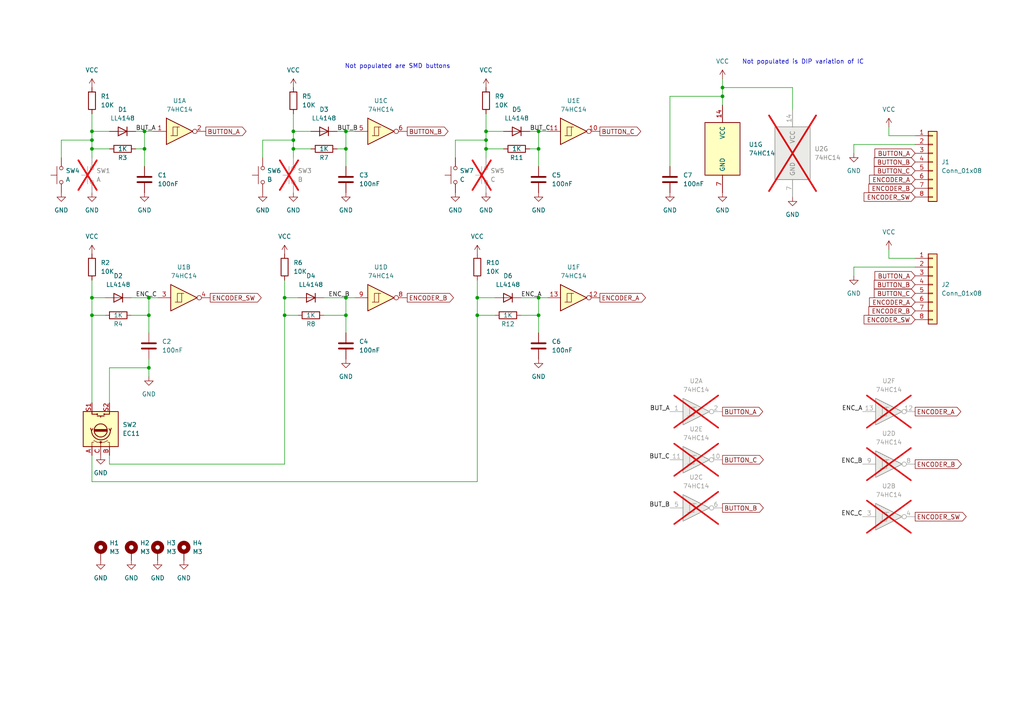
<source format=kicad_sch>
(kicad_sch (version 20231120) (generator "eeschema") (generator_version "8.0")
  (paper "A4")
  (lib_symbols
    (symbol "74xx:74HC14" (pin_names (offset 1.016))
      (property "Reference" "U" (at 0 1.27 0))
      (property "Value" "74HC14" (at 0 -1.27 0))
      (symbol "74HC14_1_0"
        (polyline (pts (xy -3.81 3.81) (xy -3.81 -3.81) (xy 3.81 0) (xy -3.81 3.81)) (stroke (width 0.254)) (fill (type background)))
        (pin input line (at -7.62 0 0) (length 3.81) (name "~") (number "1"))
        (pin output inverted (at 7.62 0 180) (length 3.81) (name "~") (number "2"))
      )
      (symbol "74HC14_1_1"
        (polyline (pts (xy -1.905 -1.27) (xy -1.905 1.27) (xy -0.635 1.27)))
        (polyline (pts (xy -2.54 -1.27) (xy -0.635 -1.27) (xy -0.635 1.27) (xy 0 1.27)))
      )
      (symbol "74HC14_2_0"
        (polyline (pts (xy -3.81 3.81) (xy -3.81 -3.81) (xy 3.81 0) (xy -3.81 3.81)) (stroke (width 0.254)) (fill (type background)))
        (pin input line (at -7.62 0 0) (length 3.81) (name "~") (number "3"))
        (pin output inverted (at 7.62 0 180) (length 3.81) (name "~") (number "4"))
      )
      (symbol "74HC14_2_1"
        (polyline (pts (xy -1.905 -1.27) (xy -1.905 1.27) (xy -0.635 1.27)))
        (polyline (pts (xy -2.54 -1.27) (xy -0.635 -1.27) (xy -0.635 1.27) (xy 0 1.27)))
      )
      (symbol "74HC14_3_0"
        (polyline (pts (xy -3.81 3.81) (xy -3.81 -3.81) (xy 3.81 0) (xy -3.81 3.81)) (stroke (width 0.254)) (fill (type background)))
        (pin input line (at -7.62 0 0) (length 3.81) (name "~") (number "5"))
        (pin output inverted (at 7.62 0 180) (length 3.81) (name "~") (number "6"))
      )
      (symbol "74HC14_3_1"
        (polyline (pts (xy -1.905 -1.27) (xy -1.905 1.27) (xy -0.635 1.27)))
        (polyline (pts (xy -2.54 -1.27) (xy -0.635 -1.27) (xy -0.635 1.27) (xy 0 1.27)))
      )
      (symbol "74HC14_4_0"
        (polyline (pts (xy -3.81 3.81) (xy -3.81 -3.81) (xy 3.81 0) (xy -3.81 3.81)) (stroke (width 0.254)) (fill (type background)))
        (pin output inverted (at 7.62 0 180) (length 3.81) (name "~") (number "8"))
        (pin input line (at -7.62 0 0) (length 3.81) (name "~") (number "9"))
      )
      (symbol "74HC14_4_1"
        (polyline (pts (xy -1.905 -1.27) (xy -1.905 1.27) (xy -0.635 1.27)))
        (polyline (pts (xy -2.54 -1.27) (xy -0.635 -1.27) (xy -0.635 1.27) (xy 0 1.27)))
      )
      (symbol "74HC14_5_0"
        (polyline (pts (xy -3.81 3.81) (xy -3.81 -3.81) (xy 3.81 0) (xy -3.81 3.81)) (stroke (width 0.254)) (fill (type background)))
        (pin output inverted (at 7.62 0 180) (length 3.81) (name "~") (number "10"))
        (pin input line (at -7.62 0 0) (length 3.81) (name "~") (number "11"))
      )
      (symbol "74HC14_5_1"
        (polyline (pts (xy -1.905 -1.27) (xy -1.905 1.27) (xy -0.635 1.27)))
        (polyline (pts (xy -2.54 -1.27) (xy -0.635 -1.27) (xy -0.635 1.27) (xy 0 1.27)))
      )
      (symbol "74HC14_6_0"
        (polyline (pts (xy -3.81 3.81) (xy -3.81 -3.81) (xy 3.81 0) (xy -3.81 3.81)) (stroke (width 0.254)) (fill (type background)))
        (pin output inverted (at 7.62 0 180) (length 3.81) (name "~") (number "12"))
        (pin input line (at -7.62 0 0) (length 3.81) (name "~") (number "13"))
      )
      (symbol "74HC14_6_1"
        (polyline (pts (xy -1.905 -1.27) (xy -1.905 1.27) (xy -0.635 1.27)))
        (polyline (pts (xy -2.54 -1.27) (xy -0.635 -1.27) (xy -0.635 1.27) (xy 0 1.27)))
      )
      (symbol "74HC14_7_0"
        (pin power_in line (at 0 12.7 270) (length 5.08) (name "VCC") (number "14"))
        (pin power_in line (at 0 -12.7 90) (length 5.08) (name "GND") (number "7"))
      )
      (symbol "74HC14_7_1"
        (rectangle (start -5.08 7.62) (end 5.08 -7.62) (stroke (width 0.254)) (fill (type background)))
      )
    )
    (symbol "Connector_Generic:Conn_01x08" (pin_names (offset 1.016) hide)
      (property "Reference" "J" (at 0 10.16 0))
      (property "Value" "Conn_01x08" (at 0 -12.7 0))
      (symbol "Conn_01x08_1_1"
        (rectangle (start -1.27 -10.033) (end 0 -10.287) (stroke (width 0.1524)))
        (rectangle (start -1.27 -7.493) (end 0 -7.747) (stroke (width 0.1524)))
        (rectangle (start -1.27 -4.953) (end 0 -5.207) (stroke (width 0.1524)))
        (rectangle (start -1.27 -2.413) (end 0 -2.667) (stroke (width 0.1524)))
        (rectangle (start -1.27 0.127) (end 0 -0.127) (stroke (width 0.1524)))
        (rectangle (start -1.27 2.667) (end 0 2.413) (stroke (width 0.1524)))
        (rectangle (start -1.27 5.207) (end 0 4.953) (stroke (width 0.1524)))
        (rectangle (start -1.27 7.747) (end 0 7.493) (stroke (width 0.1524)))
        (rectangle (start -1.27 8.89) (end 1.27 -11.43) (stroke (width 0.254)) (fill (type background)))
        (pin passive line (at -5.08 7.62 0) (length 3.81) (name "Pin_1") (number "1"))
        (pin passive line (at -5.08 5.08 0) (length 3.81) (name "Pin_2") (number "2"))
        (pin passive line (at -5.08 2.54 0) (length 3.81) (name "Pin_3") (number "3"))
        (pin passive line (at -5.08 0 0) (length 3.81) (name "Pin_4") (number "4"))
        (pin passive line (at -5.08 -2.54 0) (length 3.81) (name "Pin_5") (number "5"))
        (pin passive line (at -5.08 -5.08 0) (length 3.81) (name "Pin_6") (number "6"))
        (pin passive line (at -5.08 -7.62 0) (length 3.81) (name "Pin_7") (number "7"))
        (pin passive line (at -5.08 -10.16 0) (length 3.81) (name "Pin_8") (number "8"))
      )
    )
    (symbol "Device:C" (pin_numbers hide) (pin_names (offset 0.254))
      (property "Reference" "C" (at 0.635 2.54 0))
      (property "Value" "C" (at 0.635 -2.54 0))
      (symbol "C_0_1"
        (polyline (pts (xy -2.032 -0.762) (xy 2.032 -0.762)) (stroke (width 0.508)))
        (polyline (pts (xy -2.032 0.762) (xy 2.032 0.762)) (stroke (width 0.508)))
      )
      (symbol "C_1_1"
        (pin passive line (at 0 3.81 270) (length 2.794) (name "~") (number "1"))
        (pin passive line (at 0 -3.81 90) (length 2.794) (name "~") (number "2"))
      )
    )
    (symbol "Device:R" (pin_numbers hide) (pin_names (offset 0))
      (property "Reference" "R" (at 2.032 0 90))
      (property "Value" "R" (at 0 0 90))
      (symbol "R_0_1"
        (rectangle (start -1.016 -2.54) (end 1.016 2.54) (stroke (width 0.254)))
      )
      (symbol "R_1_1"
        (pin passive line (at 0 3.81 270) (length 1.27) (name "~") (number "1"))
        (pin passive line (at 0 -3.81 90) (length 1.27) (name "~") (number "2"))
      )
    )
    (symbol "Device:RotaryEncoder_Switch" (pin_names (offset 0.254) hide)
      (property "Reference" "SW" (at 0 6.604 0))
      (property "Value" "RotaryEncoder_Switch" (at 0 -6.604 0))
      (symbol "RotaryEncoder_Switch_0_1"
        (rectangle (start -5.08 5.08) (end 5.08 -5.08) (stroke (width 0.254)) (fill (type background)))
        (circle (center -3.81 0) (radius 0.254) (fill (type outline)))
        (circle (center -0.381 0) (radius 1.905) (stroke (width 0.254)))
        (arc (start -0.381 2.667) (mid -3.0988 -0.0635) (end -0.381 -2.794) (stroke (width 0.254)))
        (polyline (pts (xy -0.635 -1.778) (xy -0.635 1.778)) (stroke (width 0.254)))
        (polyline (pts (xy -0.381 -1.778) (xy -0.381 1.778)) (stroke (width 0.254)))
        (polyline (pts (xy -0.127 1.778) (xy -0.127 -1.778)) (stroke (width 0.254)))
        (polyline (pts (xy 3.81 0) (xy 3.429 0)) (stroke (width 0.254)))
        (polyline (pts (xy 3.81 1.016) (xy 3.81 -1.016)) (stroke (width 0.254)))
        (polyline (pts (xy -5.08 -2.54) (xy -3.81 -2.54) (xy -3.81 -2.032)))
        (polyline (pts (xy -5.08 2.54) (xy -3.81 2.54) (xy -3.81 2.032)))
        (polyline (pts (xy 0.254 -3.048) (xy -0.508 -2.794) (xy 0.127 -2.413)) (stroke (width 0.254)))
        (polyline (pts (xy 0.254 2.921) (xy -0.508 2.667) (xy 0.127 2.286)) (stroke (width 0.254)))
        (polyline (pts (xy 5.08 -2.54) (xy 4.318 -2.54) (xy 4.318 -1.016)) (stroke (width 0.254)))
        (polyline (pts (xy 5.08 2.54) (xy 4.318 2.54) (xy 4.318 1.016)) (stroke (width 0.254)))
        (polyline (pts (xy -5.08 0) (xy -3.81 0) (xy -3.81 -1.016) (xy -3.302 -2.032)))
        (polyline (pts (xy -4.318 0) (xy -3.81 0) (xy -3.81 1.016) (xy -3.302 2.032)))
        (circle (center 4.318 -1.016) (radius 0.127) (stroke (width 0.254)))
        (circle (center 4.318 1.016) (radius 0.127) (stroke (width 0.254)))
      )
      (symbol "RotaryEncoder_Switch_1_1"
        (pin passive line (at -7.62 2.54 0) (length 2.54) (name "A") (number "A"))
        (pin passive line (at -7.62 -2.54 0) (length 2.54) (name "B") (number "B"))
        (pin passive line (at -7.62 0 0) (length 2.54) (name "C") (number "C"))
        (pin passive line (at 7.62 2.54 180) (length 2.54) (name "S1") (number "S1"))
        (pin passive line (at 7.62 -2.54 180) (length 2.54) (name "S2") (number "S2"))
      )
    )
    (symbol "Diode:LL4148" (pin_numbers hide) (pin_names (offset 1.016) hide)
      (property "Reference" "D" (at 0 2.54 0))
      (property "Value" "LL4148" (at 0 -2.54 0))
      (symbol "LL4148_0_1"
        (polyline (pts (xy -1.27 1.27) (xy -1.27 -1.27)) (stroke (width 0.254)))
        (polyline (pts (xy 1.27 0) (xy -1.27 0)))
        (polyline (pts (xy 1.27 1.27) (xy 1.27 -1.27) (xy -1.27 0) (xy 1.27 1.27)) (stroke (width 0.254)))
      )
      (symbol "LL4148_1_1"
        (pin passive line (at -3.81 0 0) (length 2.54) (name "K") (number "1"))
        (pin passive line (at 3.81 0 180) (length 2.54) (name "A") (number "2"))
      )
    )
    (symbol "Mechanical:MountingHole_Pad" (pin_numbers hide) (pin_names (offset 1.016) hide)
      (property "Reference" "H" (at 0 6.35 0))
      (property "Value" "MountingHole_Pad" (at 0 4.445 0))
      (symbol "MountingHole_Pad_0_1"
        (circle (center 0 1.27) (radius 1.27) (stroke (width 1.27)))
      )
      (symbol "MountingHole_Pad_1_1"
        (pin input line (at 0 -2.54 90) (length 2.54) (name "1") (number "1"))
      )
    )
    (symbol "Switch:SW_Push" (pin_numbers hide) (pin_names (offset 1.016) hide)
      (property "Reference" "SW" (at 1.27 2.54 0))
      (property "Value" "SW_Push" (at 0 -1.524 0))
      (symbol "SW_Push_0_1"
        (circle (center -2.032 0) (radius 0.508))
        (polyline (pts (xy 0 1.27) (xy 0 3.048)))
        (polyline (pts (xy 2.54 1.27) (xy -2.54 1.27)))
        (circle (center 2.032 0) (radius 0.508))
        (pin passive line (at -5.08 0 0) (length 2.54) (name "1") (number "1"))
        (pin passive line (at 5.08 0 180) (length 2.54) (name "2") (number "2"))
      )
    )
    (symbol "power:GND" (power) (pin_names (offset 0))
      (property "Value" "GND" (at 0 -3.81 0))
      (symbol "GND_0_1"
        (polyline (pts (xy 0 0) (xy 0 -1.27) (xy 1.27 -1.27) (xy 0 -2.54) (xy -1.27 -1.27) (xy 0 -1.27)))
      )
      (symbol "GND_1_1"
        (pin power_in line (at 0 0 270) (length 0) hide (name "GND") (number "1"))
      )
    )
    (symbol "power:VCC" (power) (pin_names (offset 0))
      (property "Value" "VCC" (at 0 3.81 0))
      (symbol "VCC_0_1"
        (polyline (pts (xy -0.762 1.27) (xy 0 2.54)))
        (polyline (pts (xy 0 0) (xy 0 2.54)))
        (polyline (pts (xy 0 2.54) (xy 0.762 1.27)))
      )
      (symbol "VCC_1_1"
        (pin power_in line (at 0 0 90) (length 0) hide (name "VCC") (number "1"))
      )
    )
  )
  (junction (at 156.21 86.36))
  (junction (at 138.43 91.44))
  (junction (at 26.67 91.44))
  (junction (at 43.18 106.68))
  (junction (at 41.91 38.1))
  (junction (at 140.97 43.18))
  (junction (at 140.97 40.64))
  (junction (at 82.55 86.36))
  (junction (at 156.21 91.44))
  (junction (at 100.33 91.44))
  (junction (at 209.55 25.4))
  (junction (at 100.33 38.1))
  (junction (at 156.21 43.18))
  (junction (at 209.55 27.94))
  (junction (at 138.43 86.36))
  (junction (at 82.55 91.44))
  (junction (at 26.67 43.18))
  (junction (at 26.67 40.64))
  (junction (at 85.09 40.64))
  (junction (at 26.67 38.1))
  (junction (at 100.33 86.36))
  (junction (at 41.91 43.18))
  (junction (at 43.18 86.36))
  (junction (at 26.67 86.36))
  (junction (at 140.97 38.1))
  (junction (at 43.18 91.44))
  (junction (at 156.21 38.1))
  (junction (at 85.09 43.18))
  (junction (at 100.33 43.18))
  (junction (at 85.09 38.1))
  (wire (pts (xy 247.65 77.47) (xy 247.65 80.01)))
  (wire (pts (xy 247.65 41.91) (xy 265.43 41.91)))
  (wire (pts (xy 26.67 139.7) (xy 138.43 139.7)))
  (wire (pts (xy 138.43 86.36) (xy 138.43 91.44)))
  (wire (pts (xy 85.09 43.18) (xy 90.17 43.18)))
  (wire (pts (xy 209.55 27.94) (xy 209.55 30.48)))
  (wire (pts (xy 257.81 36.83) (xy 257.81 39.37)))
  (wire (pts (xy 85.09 40.64) (xy 85.09 43.18)))
  (wire (pts (xy 194.31 27.94) (xy 209.55 27.94)))
  (wire (pts (xy 100.33 91.44) (xy 100.33 96.52)))
  (wire (pts (xy 39.37 43.18) (xy 41.91 43.18)))
  (wire (pts (xy 97.79 38.1) (xy 100.33 38.1)))
  (wire (pts (xy 156.21 86.36) (xy 158.75 86.36)))
  (wire (pts (xy 26.67 43.18) (xy 26.67 45.72)))
  (wire (pts (xy 151.13 86.36) (xy 156.21 86.36)))
  (wire (pts (xy 38.1 91.44) (xy 43.18 91.44)))
  (wire (pts (xy 100.33 38.1) (xy 100.33 43.18)))
  (wire (pts (xy 229.87 31.75) (xy 229.87 25.4)))
  (wire (pts (xy 43.18 104.14) (xy 43.18 106.68)))
  (wire (pts (xy 31.75 116.84) (xy 31.75 106.68)))
  (wire (pts (xy 140.97 43.18) (xy 146.05 43.18)))
  (wire (pts (xy 31.75 134.62) (xy 82.55 134.62)))
  (wire (pts (xy 41.91 38.1) (xy 41.91 43.18)))
  (wire (pts (xy 140.97 38.1) (xy 146.05 38.1)))
  (wire (pts (xy 26.67 40.64) (xy 26.67 43.18)))
  (wire (pts (xy 209.55 25.4) (xy 229.87 25.4)))
  (wire (pts (xy 265.43 74.93) (xy 257.81 74.93)))
  (wire (pts (xy 38.1 86.36) (xy 43.18 86.36)))
  (wire (pts (xy 43.18 86.36) (xy 45.72 86.36)))
  (wire (pts (xy 43.18 91.44) (xy 43.18 96.52)))
  (wire (pts (xy 85.09 38.1) (xy 90.17 38.1)))
  (wire (pts (xy 247.65 41.91) (xy 247.65 44.45)))
  (wire (pts (xy 140.97 38.1) (xy 140.97 40.64)))
  (wire (pts (xy 100.33 86.36) (xy 100.33 91.44)))
  (wire (pts (xy 26.67 43.18) (xy 31.75 43.18)))
  (wire (pts (xy 17.78 40.64) (xy 17.78 45.72)))
  (wire (pts (xy 209.55 25.4) (xy 209.55 27.94)))
  (wire (pts (xy 43.18 86.36) (xy 43.18 91.44)))
  (wire (pts (xy 26.67 38.1) (xy 31.75 38.1)))
  (wire (pts (xy 153.67 43.18) (xy 156.21 43.18)))
  (wire (pts (xy 209.55 22.86) (xy 209.55 25.4)))
  (wire (pts (xy 82.55 91.44) (xy 82.55 134.62)))
  (wire (pts (xy 151.13 91.44) (xy 156.21 91.44)))
  (wire (pts (xy 26.67 86.36) (xy 30.48 86.36)))
  (wire (pts (xy 156.21 86.36) (xy 156.21 91.44)))
  (wire (pts (xy 138.43 91.44) (xy 143.51 91.44)))
  (wire (pts (xy 31.75 106.68) (xy 43.18 106.68)))
  (wire (pts (xy 247.65 77.47) (xy 265.43 77.47)))
  (wire (pts (xy 85.09 38.1) (xy 85.09 40.64)))
  (wire (pts (xy 39.37 38.1) (xy 41.91 38.1)))
  (wire (pts (xy 41.91 38.1) (xy 44.45 38.1)))
  (wire (pts (xy 76.2 40.64) (xy 76.2 45.72)))
  (wire (pts (xy 140.97 43.18) (xy 140.97 45.72)))
  (wire (pts (xy 265.43 39.37) (xy 257.81 39.37)))
  (wire (pts (xy 138.43 86.36) (xy 143.51 86.36)))
  (wire (pts (xy 156.21 43.18) (xy 156.21 48.26)))
  (wire (pts (xy 82.55 91.44) (xy 86.36 91.44)))
  (wire (pts (xy 26.67 132.08) (xy 26.67 139.7)))
  (wire (pts (xy 85.09 43.18) (xy 85.09 45.72)))
  (wire (pts (xy 138.43 91.44) (xy 138.43 139.7)))
  (wire (pts (xy 85.09 40.64) (xy 76.2 40.64)))
  (wire (pts (xy 26.67 86.36) (xy 26.67 91.44)))
  (wire (pts (xy 82.55 81.28) (xy 82.55 86.36)))
  (wire (pts (xy 26.67 40.64) (xy 17.78 40.64)))
  (wire (pts (xy 156.21 91.44) (xy 156.21 96.52)))
  (wire (pts (xy 41.91 43.18) (xy 41.91 48.26)))
  (wire (pts (xy 93.98 86.36) (xy 100.33 86.36)))
  (wire (pts (xy 100.33 86.36) (xy 102.87 86.36)))
  (wire (pts (xy 85.09 38.1) (xy 85.09 33.02)))
  (wire (pts (xy 257.81 72.39) (xy 257.81 74.93)))
  (wire (pts (xy 93.98 91.44) (xy 100.33 91.44)))
  (wire (pts (xy 140.97 38.1) (xy 140.97 33.02)))
  (wire (pts (xy 97.79 43.18) (xy 100.33 43.18)))
  (wire (pts (xy 153.67 38.1) (xy 156.21 38.1)))
  (wire (pts (xy 26.67 91.44) (xy 26.67 116.84)))
  (wire (pts (xy 26.67 38.1) (xy 26.67 40.64)))
  (wire (pts (xy 82.55 86.36) (xy 86.36 86.36)))
  (wire (pts (xy 138.43 86.36) (xy 138.43 81.28)))
  (wire (pts (xy 31.75 132.08) (xy 31.75 134.62)))
  (wire (pts (xy 156.21 38.1) (xy 158.75 38.1)))
  (wire (pts (xy 82.55 86.36) (xy 82.55 91.44)))
  (wire (pts (xy 140.97 40.64) (xy 132.08 40.64)))
  (wire (pts (xy 26.67 38.1) (xy 26.67 33.02)))
  (wire (pts (xy 100.33 38.1) (xy 102.87 38.1)))
  (wire (pts (xy 26.67 81.28) (xy 26.67 86.36)))
  (wire (pts (xy 100.33 43.18) (xy 100.33 48.26)))
  (wire (pts (xy 43.18 106.68) (xy 43.18 109.22)))
  (wire (pts (xy 156.21 38.1) (xy 156.21 43.18)))
  (wire (pts (xy 194.31 48.26) (xy 194.31 27.94)))
  (wire (pts (xy 132.08 40.64) (xy 132.08 45.72)))
  (wire (pts (xy 140.97 40.64) (xy 140.97 43.18)))
  (wire (pts (xy 26.67 91.44) (xy 30.48 91.44)))
  (text "Not populated is DIP variation of IC" (at 232.918 18.034 0) (effects (font (size 1.27 1.27))))
  (text "Not populated are SMD buttons" (at 115.316 19.304 0) (effects (font (size 1.27 1.27))))
  (label "BUT_B" (at 194.31 147.32 180))
  (label "BUT_A" (at 39.37 38.1 0))
  (label "BUT_A" (at 194.31 119.38 180))
  (label "BUT_C" (at 194.31 133.35 180))
  (label "ENC_C" (at 39.37 86.36 0))
  (label "ENC_B" (at 95.25 86.36 0))
  (label "ENC_A" (at 250.19 119.38 180))
  (label "ENC_A" (at 151.13 86.36 0))
  (label "ENC_B" (at 250.19 134.62 180))
  (label "ENC_C" (at 250.19 149.86 180))
  (label "BUT_C" (at 153.67 38.1 0))
  (label "BUT_B" (at 97.79 38.1 0))
  (global_label "BUTTON_A" (shape input) (at 265.43 44.45 180) (property "Intersheetrefs" "${INTERSHEET_REFS}" (effects (hide yes))))
  (global_label "ENCODER_A" (shape input) (at 265.43 52.07 180) (property "Intersheetrefs" "${INTERSHEET_REFS}" (effects (hide yes))))
  (global_label "ENCODER_A" (shape output) (at 265.43 119.38 0) (property "Intersheetrefs" "${INTERSHEET_REFS}" (effects (hide yes))))
  (global_label "ENCODER_SW" (shape output) (at 265.43 149.86 0) (property "Intersheetrefs" "${INTERSHEET_REFS}" (effects (hide yes))))
  (global_label "BUTTON_A" (shape output) (at 59.69 38.1 0) (property "Intersheetrefs" "${INTERSHEET_REFS}" (effects (hide yes))))
  (global_label "ENCODER_A" (shape input) (at 265.43 87.63 180) (property "Intersheetrefs" "${INTERSHEET_REFS}" (effects (hide yes))))
  (global_label "ENCODER_SW" (shape input) (at 265.43 92.71 180) (property "Intersheetrefs" "${INTERSHEET_REFS}" (effects (hide yes))))
  (global_label "BUTTON_A" (shape output) (at 209.55 119.38 0) (property "Intersheetrefs" "${INTERSHEET_REFS}" (effects (hide yes))))
  (global_label "BUTTON_C" (shape output) (at 173.99 38.1 0) (property "Intersheetrefs" "${INTERSHEET_REFS}" (effects (hide yes))))
  (global_label "ENCODER_B" (shape output) (at 265.43 134.62 0) (property "Intersheetrefs" "${INTERSHEET_REFS}" (effects (hide yes))))
  (global_label "ENCODER_B" (shape input) (at 265.43 54.61 180) (property "Intersheetrefs" "${INTERSHEET_REFS}" (effects (hide yes))))
  (global_label "BUTTON_B" (shape input) (at 265.43 82.55 180) (property "Intersheetrefs" "${INTERSHEET_REFS}" (effects (hide yes))))
  (global_label "BUTTON_A" (shape input) (at 265.43 80.01 180) (property "Intersheetrefs" "${INTERSHEET_REFS}" (effects (hide yes))))
  (global_label "ENCODER_B" (shape output) (at 118.11 86.36 0) (property "Intersheetrefs" "${INTERSHEET_REFS}" (effects (hide yes))))
  (global_label "BUTTON_B" (shape output) (at 209.55 147.32 0) (property "Intersheetrefs" "${INTERSHEET_REFS}" (effects (hide yes))))
  (global_label "BUTTON_B" (shape input) (at 265.43 46.99 180) (property "Intersheetrefs" "${INTERSHEET_REFS}" (effects (hide yes))))
  (global_label "ENCODER_SW" (shape output) (at 60.96 86.36 0) (property "Intersheetrefs" "${INTERSHEET_REFS}" (effects (hide yes))))
  (global_label "BUTTON_C" (shape input) (at 265.43 85.09 180) (property "Intersheetrefs" "${INTERSHEET_REFS}" (effects (hide yes))))
  (global_label "BUTTON_C" (shape output) (at 209.55 133.35 0) (property "Intersheetrefs" "${INTERSHEET_REFS}" (effects (hide yes))))
  (global_label "ENCODER_A" (shape output) (at 173.99 86.36 0) (property "Intersheetrefs" "${INTERSHEET_REFS}" (effects (hide yes))))
  (global_label "BUTTON_C" (shape input) (at 265.43 49.53 180) (property "Intersheetrefs" "${INTERSHEET_REFS}" (effects (hide yes))))
  (global_label "ENCODER_SW" (shape input) (at 265.43 57.15 180) (property "Intersheetrefs" "${INTERSHEET_REFS}" (effects (hide yes))))
  (global_label "BUTTON_B" (shape output) (at 118.11 38.1 0) (property "Intersheetrefs" "${INTERSHEET_REFS}" (effects (hide yes))))
  (global_label "ENCODER_B" (shape input) (at 265.43 90.17 180) (property "Intersheetrefs" "${INTERSHEET_REFS}" (effects (hide yes))))
  (symbol (lib_id "power:GND") (at 140.97 55.88 0) (unit 1)
    (property "Reference" "#PWR015" (effects (hide yes)))
    (property "Value" "GND" (at 140.97 60.96 0))
  )
  (symbol (lib_id "power:GND") (at 194.31 55.88 0) (unit 1)
    (property "Reference" "#PWR020" (effects (hide yes)))
    (property "Value" "GND" (at 194.31 60.96 0))
  )
  (symbol (lib_id "Diode:LL4148") (at 93.98 38.1 180) (unit 1)
    (property "Reference" "D3" (at 93.98 31.75 0))
    (property "Value" "LL4148" (at 93.98 34.29 0))
    (property "Footprint" "Diode_SMD:D_MiniMELF" (effects (hide yes)))
    (property "Datasheet" "http://www.vishay.com/docs/85557/ll4148.pdf" (effects (hide yes)))
  )
  (symbol (lib_id "Device:C") (at 156.21 100.33 0) (unit 1)
    (property "Reference" "C6" (at 160.02 99.0599 0) (effects (justify left)))
    (property "Value" "100nF" (at 160.02 101.5999 0) (effects (justify left)))
    (property "Footprint" "Capacitor_SMD:C_0805_2012Metric" (effects (hide yes)))
  )
  (symbol (lib_id "Device:R") (at 85.09 29.21 0) (unit 1)
    (property "Reference" "R5" (at 87.63 27.9399 0) (effects (justify left)))
    (property "Value" "10K" (at 87.63 30.4799 0) (effects (justify left)))
    (property "Footprint" "Resistor_SMD:R_0805_2012Metric" (effects (hide yes)))
  )
  (symbol (lib_id "power:VCC") (at 138.43 73.66 0) (unit 1)
    (property "Reference" "#PWR016" (effects (hide yes)))
    (property "Value" "VCC" (at 138.43 68.58 0))
  )
  (symbol (lib_id "power:GND") (at 156.21 55.88 0) (unit 1)
    (property "Reference" "#PWR018" (effects (hide yes)))
    (property "Value" "GND" (at 156.21 60.96 0))
  )
  (symbol (lib_id "74xx:74HC14") (at 110.49 38.1 0) (unit 3)
    (property "Reference" "U1" (at 110.49 29.21 0))
    (property "Value" "74HC14" (at 110.49 31.75 0))
    (property "Footprint" "Package_SO:SO-14_3.9x8.65mm_P1.27mm" (effects (hide yes)))
    (property "Datasheet" "http://www.ti.com/lit/gpn/sn74HC14" (effects (hide yes)))
  )
  (symbol (lib_id "Mechanical:MountingHole_Pad") (at 29.21 160.02 0) (unit 1)
    (property "Reference" "H1" (at 31.75 157.4799 0) (effects (justify left)))
    (property "Value" "M3" (at 31.75 160.0199 0) (effects (justify left)))
    (property "Footprint" "MountingHole:MountingHole_3.2mm_M3_DIN965_Pad_TopBottom" (effects (hide yes)))
  )
  (symbol (lib_id "power:GND") (at 156.21 104.14 0) (unit 1)
    (property "Reference" "#PWR019" (effects (hide yes)))
    (property "Value" "GND" (at 156.21 109.22 0))
  )
  (symbol (lib_id "Connector_Generic:Conn_01x08") (at 270.51 46.99 0) (unit 1)
    (property "Reference" "J1" (at 273.05 46.9899 0) (effects (justify left)))
    (property "Value" "Conn_01x08" (at 273.05 49.5299 0) (effects (justify left)))
    (property "Footprint" "Connector_PinHeader_2.54mm:PinHeader_1x08_P2.54mm_Vertical" (effects (hide yes)))
  )
  (symbol (lib_id "74xx:74HC14") (at 52.07 38.1 0) (unit 1)
    (property "Reference" "U1" (at 52.07 29.21 0))
    (property "Value" "74HC14" (at 52.07 31.75 0))
    (property "Footprint" "Package_SO:SO-14_3.9x8.65mm_P1.27mm" (effects (hide yes)))
    (property "Datasheet" "http://www.ti.com/lit/gpn/sn74HC14" (effects (hide yes)))
  )
  (symbol (lib_id "power:GND") (at 247.65 80.01 0) (unit 1)
    (property "Reference" "#PWR010" (effects (hide yes)))
    (property "Value" "GND" (at 247.65 85.09 0))
  )
  (symbol (lib_id "74xx:74HC14") (at 166.37 86.36 0) (unit 6)
    (property "Reference" "U1" (at 166.37 77.47 0))
    (property "Value" "74HC14" (at 166.37 80.01 0))
    (property "Footprint" "Package_SO:SO-14_3.9x8.65mm_P1.27mm" (effects (hide yes)))
    (property "Datasheet" "http://www.ti.com/lit/gpn/sn74HC14" (effects (hide yes)))
  )
  (symbol (lib_id "Diode:LL4148") (at 34.29 86.36 180) (unit 1)
    (property "Reference" "D2" (at 34.29 80.01 0))
    (property "Value" "LL4148" (at 34.29 82.55 0))
    (property "Footprint" "Diode_SMD:D_MiniMELF" (effects (hide yes)))
    (property "Datasheet" "http://www.vishay.com/docs/85557/ll4148.pdf" (effects (hide yes)))
  )
  (symbol (lib_id "power:GND") (at 29.21 162.56 0) (unit 1)
    (property "Reference" "#PWR013" (effects (hide yes)))
    (property "Value" "GND" (at 29.21 167.64 0))
  )
  (symbol (lib_id "Device:R") (at 138.43 77.47 0) (unit 1)
    (property "Reference" "R10" (at 140.97 76.1999 0) (effects (justify left)))
    (property "Value" "10K" (at 140.97 78.7399 0) (effects (justify left)))
    (property "Footprint" "Resistor_SMD:R_0805_2012Metric" (effects (hide yes)))
  )
  (symbol (lib_id "Switch:SW_Push") (at 140.97 50.8 90) (unit 1) (dnp yes)
    (property "Reference" "SW5" (at 142.24 49.5299 90) (effects (justify right)))
    (property "Value" "C" (at 142.24 52.0699 90) (effects (justify right)))
    (property "Footprint" "Button_Switch_SMD:SW_SPST_PTS645" (effects (hide yes)))
  )
  (symbol (lib_id "74xx:74HC14") (at 257.81 119.38 0) (unit 6) (dnp yes)
    (property "Reference" "U2" (at 257.81 110.49 0))
    (property "Value" "74HC14" (at 257.81 113.03 0))
    (property "Footprint" "Package_DIP:DIP-14_W7.62mm" (effects (hide yes)))
    (property "Datasheet" "http://www.ti.com/lit/gpn/sn74HC14" (effects (hide yes)))
    (property "Description" "Hex inverter schmitt trigger" (effects (hide yes)))
  )
  (symbol (lib_id "power:VCC") (at 26.67 73.66 0) (unit 1)
    (property "Reference" "#PWR03" (effects (hide yes)))
    (property "Value" "VCC" (at 26.67 68.58 0))
  )
  (symbol (lib_id "power:GND") (at 41.91 55.88 0) (unit 1)
    (property "Reference" "#PWR05" (effects (hide yes)))
    (property "Value" "GND" (at 41.91 60.96 0))
  )
  (symbol (lib_id "Mechanical:MountingHole_Pad") (at 38.1 160.02 0) (unit 1)
    (property "Reference" "H2" (at 40.64 157.4799 0) (effects (justify left)))
    (property "Value" "M3" (at 40.64 160.0199 0) (effects (justify left)))
    (property "Footprint" "MountingHole:MountingHole_3.2mm_M3_DIN965_Pad_TopBottom" (effects (hide yes)))
  )
  (symbol (lib_id "Device:R") (at 90.17 91.44 270) (unit 1)
    (property "Reference" "R8" (at 90.17 93.98 90))
    (property "Value" "1K" (at 90.17 91.44 90))
    (property "Footprint" "Resistor_SMD:R_0805_2012Metric" (effects (hide yes)))
  )
  (symbol (lib_id "Switch:SW_Push") (at 85.09 50.8 90) (unit 1) (dnp yes)
    (property "Reference" "SW3" (at 86.36 49.5299 90) (effects (justify right)))
    (property "Value" "B" (at 86.36 52.0699 90) (effects (justify right)))
    (property "Footprint" "Button_Switch_SMD:SW_SPST_PTS645" (effects (hide yes)))
  )
  (symbol (lib_id "Device:RotaryEncoder_Switch") (at 29.21 124.46 90) (unit 1)
    (property "Reference" "SW2" (at 35.56 123.1899 90) (effects (justify right)))
    (property "Value" "EC11" (at 35.56 125.7299 90) (effects (justify right)))
    (property "Footprint" "Rotary_Encoder:RotaryEncoder_Alps_EC11E-Switch_Vertical_H20mm" (effects (hide yes)))
  )
  (symbol (lib_id "Device:C") (at 194.31 52.07 0) (unit 1)
    (property "Reference" "C7" (at 198.12 50.7999 0) (effects (justify left)))
    (property "Value" "100nF" (at 198.12 53.3399 0) (effects (justify left)))
    (property "Footprint" "Capacitor_SMD:C_0805_2012Metric" (effects (hide yes)))
  )
  (symbol (lib_id "74xx:74HC14") (at 201.93 133.35 0) (unit 5) (dnp yes)
    (property "Reference" "U2" (at 201.93 124.46 0))
    (property "Value" "74HC14" (at 201.93 127 0))
    (property "Footprint" "Package_DIP:DIP-14_W7.62mm" (effects (hide yes)))
    (property "Datasheet" "http://www.ti.com/lit/gpn/sn74HC14" (effects (hide yes)))
    (property "Description" "Hex inverter schmitt trigger" (effects (hide yes)))
  )
  (symbol (lib_id "power:GND") (at 132.08 55.88 0) (unit 1)
    (property "Reference" "#PWR030" (effects (hide yes)))
    (property "Value" "GND" (at 132.08 60.96 0))
  )
  (symbol (lib_id "74xx:74HC14") (at 53.34 86.36 0) (unit 2)
    (property "Reference" "U1" (at 53.34 77.47 0))
    (property "Value" "74HC14" (at 53.34 80.01 0))
    (property "Footprint" "Package_SO:SO-14_3.9x8.65mm_P1.27mm" (effects (hide yes)))
    (property "Datasheet" "http://www.ti.com/lit/gpn/sn74HC14" (effects (hide yes)))
  )
  (symbol (lib_id "power:GND") (at 29.21 132.08 0) (unit 1)
    (property "Reference" "#PWR04" (effects (hide yes)))
    (property "Value" "GND" (at 29.21 137.16 0))
  )
  (symbol (lib_id "Device:C") (at 43.18 100.33 0) (unit 1)
    (property "Reference" "C2" (at 46.99 99.0599 0) (effects (justify left)))
    (property "Value" "100nF" (at 46.99 101.5999 0) (effects (justify left)))
    (property "Footprint" "Capacitor_SMD:C_0805_2012Metric" (effects (hide yes)))
  )
  (symbol (lib_id "Device:C") (at 100.33 52.07 0) (unit 1)
    (property "Reference" "C3" (at 104.14 50.7999 0) (effects (justify left)))
    (property "Value" "100nF" (at 104.14 53.3399 0) (effects (justify left)))
    (property "Footprint" "Capacitor_SMD:C_0805_2012Metric" (effects (hide yes)))
  )
  (symbol (lib_id "power:VCC") (at 85.09 25.4 0) (unit 1)
    (property "Reference" "#PWR07" (effects (hide yes)))
    (property "Value" "VCC" (at 85.09 20.32 0))
  )
  (symbol (lib_id "Mechanical:MountingHole_Pad") (at 53.34 160.02 0) (unit 1)
    (property "Reference" "H4" (at 55.88 157.4799 0) (effects (justify left)))
    (property "Value" "M3" (at 55.88 160.0199 0) (effects (justify left)))
    (property "Footprint" "MountingHole:MountingHole_3.2mm_M3_DIN965_Pad_TopBottom" (effects (hide yes)))
  )
  (symbol (lib_id "power:GND") (at 229.87 57.15 0) (unit 1)
    (property "Reference" "#PWR031" (effects (hide yes)))
    (property "Value" "GND" (at 229.87 62.23 0))
  )
  (symbol (lib_id "74xx:74HC14") (at 209.55 43.18 0) (unit 7)
    (property "Reference" "U1" (at 217.17 41.9099 0) (effects (justify left)))
    (property "Value" "74HC14" (at 217.17 44.4499 0) (effects (justify left)))
    (property "Footprint" "Package_SO:SO-14_3.9x8.65mm_P1.27mm" (effects (hide yes)))
    (property "Datasheet" "http://www.ti.com/lit/gpn/sn74HC14" (effects (hide yes)))
  )
  (symbol (lib_id "power:VCC") (at 257.81 36.83 0) (unit 1)
    (property "Reference" "#PWR023" (effects (hide yes)))
    (property "Value" "VCC" (at 257.81 31.75 0))
  )
  (symbol (lib_id "power:VCC") (at 209.55 22.86 0) (unit 1)
    (property "Reference" "#PWR021" (effects (hide yes)))
    (property "Value" "VCC" (at 209.55 17.78 0))
  )
  (symbol (lib_id "74xx:74HC14") (at 229.87 44.45 0) (unit 7) (dnp yes)
    (property "Reference" "U2" (at 236.22 43.1799 0) (effects (justify left)))
    (property "Value" "74HC14" (at 236.22 45.7199 0) (effects (justify left)))
    (property "Footprint" "Package_DIP:DIP-14_W7.62mm" (effects (hide yes)))
    (property "Datasheet" "http://www.ti.com/lit/gpn/sn74HC14" (effects (hide yes)))
    (property "Description" "Hex inverter schmitt trigger" (effects (hide yes)))
  )
  (symbol (lib_id "Device:R") (at 147.32 91.44 270) (unit 1)
    (property "Reference" "R12" (at 147.32 93.98 90))
    (property "Value" "1K" (at 147.32 91.44 90))
    (property "Footprint" "Resistor_SMD:R_0805_2012Metric" (effects (hide yes)))
  )
  (symbol (lib_id "Diode:LL4148") (at 35.56 38.1 180) (unit 1)
    (property "Reference" "D1" (at 35.56 31.75 0))
    (property "Value" "LL4148" (at 35.56 34.29 0))
    (property "Footprint" "Diode_SMD:D_MiniMELF" (effects (hide yes)))
    (property "Datasheet" "http://www.vishay.com/docs/85557/ll4148.pdf" (effects (hide yes)))
  )
  (symbol (lib_id "Diode:LL4148") (at 147.32 86.36 180) (unit 1)
    (property "Reference" "D6" (at 147.32 80.01 0))
    (property "Value" "LL4148" (at 147.32 82.55 0))
    (property "Footprint" "Diode_SMD:D_MiniMELF" (effects (hide yes)))
    (property "Datasheet" "http://www.vishay.com/docs/85557/ll4148.pdf" (effects (hide yes)))
  )
  (symbol (lib_id "Device:R") (at 140.97 29.21 0) (unit 1)
    (property "Reference" "R9" (at 143.51 27.9399 0) (effects (justify left)))
    (property "Value" "10K" (at 143.51 30.4799 0) (effects (justify left)))
    (property "Footprint" "Resistor_SMD:R_0805_2012Metric" (effects (hide yes)))
  )
  (symbol (lib_id "Switch:SW_Push") (at 76.2 50.8 90) (unit 1)
    (property "Reference" "SW6" (at 77.47 49.5299 90) (effects (justify right)))
    (property "Value" "B" (at 77.47 52.0699 90) (effects (justify right)))
    (property "Footprint" "Button_Switch_THT:SW_PUSH_6mm" (effects (hide yes)))
  )
  (symbol (lib_id "power:GND") (at 100.33 55.88 0) (unit 1)
    (property "Reference" "#PWR011" (effects (hide yes)))
    (property "Value" "GND" (at 100.33 60.96 0))
  )
  (symbol (lib_id "74xx:74HC14") (at 166.37 38.1 0) (unit 5)
    (property "Reference" "U1" (at 166.37 29.21 0))
    (property "Value" "74HC14" (at 166.37 31.75 0))
    (property "Footprint" "Package_SO:SO-14_3.9x8.65mm_P1.27mm" (effects (hide yes)))
    (property "Datasheet" "http://www.ti.com/lit/gpn/sn74HC14" (effects (hide yes)))
  )
  (symbol (lib_id "74xx:74HC14") (at 257.81 149.86 0) (unit 2) (dnp yes)
    (property "Reference" "U2" (at 257.81 140.97 0))
    (property "Value" "74HC14" (at 257.81 143.51 0))
    (property "Footprint" "Package_DIP:DIP-14_W7.62mm" (effects (hide yes)))
    (property "Datasheet" "http://www.ti.com/lit/gpn/sn74HC14" (effects (hide yes)))
    (property "Description" "Hex inverter schmitt trigger" (effects (hide yes)))
  )
  (symbol (lib_id "power:GND") (at 247.65 44.45 0) (unit 1)
    (property "Reference" "#PWR024" (effects (hide yes)))
    (property "Value" "GND" (at 247.65 49.53 0))
  )
  (symbol (lib_id "Diode:LL4148") (at 90.17 86.36 180) (unit 1)
    (property "Reference" "D4" (at 90.17 80.01 0))
    (property "Value" "LL4148" (at 90.17 82.55 0))
    (property "Footprint" "Diode_SMD:D_MiniMELF" (effects (hide yes)))
    (property "Datasheet" "http://www.vishay.com/docs/85557/ll4148.pdf" (effects (hide yes)))
  )
  (symbol (lib_id "power:GND") (at 209.55 55.88 0) (unit 1)
    (property "Reference" "#PWR022" (effects (hide yes)))
    (property "Value" "GND" (at 209.55 60.96 0))
  )
  (symbol (lib_id "power:GND") (at 38.1 162.56 0) (unit 1)
    (property "Reference" "#PWR025" (effects (hide yes)))
    (property "Value" "GND" (at 38.1 167.64 0))
  )
  (symbol (lib_id "74xx:74HC14") (at 257.81 134.62 0) (unit 4) (dnp yes)
    (property "Reference" "U2" (at 257.81 125.73 0))
    (property "Value" "74HC14" (at 257.81 128.27 0))
    (property "Footprint" "Package_DIP:DIP-14_W7.62mm" (effects (hide yes)))
    (property "Datasheet" "http://www.ti.com/lit/gpn/sn74HC14" (effects (hide yes)))
    (property "Description" "Hex inverter schmitt trigger" (effects (hide yes)))
  )
  (symbol (lib_id "74xx:74HC14") (at 201.93 147.32 0) (unit 3) (dnp yes)
    (property "Reference" "U2" (at 201.93 138.43 0))
    (property "Value" "74HC14" (at 201.93 140.97 0))
    (property "Footprint" "Package_DIP:DIP-14_W7.62mm" (effects (hide yes)))
    (property "Datasheet" "http://www.ti.com/lit/gpn/sn74HC14" (effects (hide yes)))
    (property "Description" "Hex inverter schmitt trigger" (effects (hide yes)))
  )
  (symbol (lib_id "power:GND") (at 53.34 162.56 0) (unit 1)
    (property "Reference" "#PWR027" (effects (hide yes)))
    (property "Value" "GND" (at 53.34 167.64 0))
  )
  (symbol (lib_id "power:GND") (at 100.33 104.14 0) (unit 1)
    (property "Reference" "#PWR012" (effects (hide yes)))
    (property "Value" "GND" (at 100.33 109.22 0))
  )
  (symbol (lib_id "74xx:74HC14") (at 201.93 119.38 0) (unit 1) (dnp yes)
    (property "Reference" "U2" (at 201.93 110.49 0))
    (property "Value" "74HC14" (at 201.93 113.03 0))
    (property "Footprint" "Package_DIP:DIP-14_W7.62mm" (effects (hide yes)))
    (property "Datasheet" "http://www.ti.com/lit/gpn/sn74HC14" (effects (hide yes)))
    (property "Description" "Hex inverter schmitt trigger" (effects (hide yes)))
  )
  (symbol (lib_id "Device:R") (at 26.67 29.21 0) (unit 1)
    (property "Reference" "R1" (at 29.21 27.9399 0) (effects (justify left)))
    (property "Value" "10K" (at 29.21 30.4799 0) (effects (justify left)))
    (property "Footprint" "Resistor_SMD:R_0805_2012Metric" (effects (hide yes)))
  )
  (symbol (lib_id "power:GND") (at 45.72 162.56 0) (unit 1)
    (property "Reference" "#PWR026" (effects (hide yes)))
    (property "Value" "GND" (at 45.72 167.64 0))
  )
  (symbol (lib_id "Device:C") (at 100.33 100.33 0) (unit 1)
    (property "Reference" "C4" (at 104.14 99.0599 0) (effects (justify left)))
    (property "Value" "100nF" (at 104.14 101.5999 0) (effects (justify left)))
    (property "Footprint" "Capacitor_SMD:C_0805_2012Metric" (effects (hide yes)))
  )
  (symbol (lib_id "Diode:LL4148") (at 149.86 38.1 180) (unit 1)
    (property "Reference" "D5" (at 149.86 31.75 0))
    (property "Value" "LL4148" (at 149.86 34.29 0))
    (property "Footprint" "Diode_SMD:D_MiniMELF" (effects (hide yes)))
    (property "Datasheet" "http://www.vishay.com/docs/85557/ll4148.pdf" (effects (hide yes)))
  )
  (symbol (lib_id "74xx:74HC14") (at 110.49 86.36 0) (unit 4)
    (property "Reference" "U1" (at 110.49 77.47 0))
    (property "Value" "74HC14" (at 110.49 80.01 0))
    (property "Footprint" "Package_SO:SO-14_3.9x8.65mm_P1.27mm" (effects (hide yes)))
    (property "Datasheet" "http://www.ti.com/lit/gpn/sn74HC14" (effects (hide yes)))
  )
  (symbol (lib_id "Device:R") (at 35.56 43.18 270) (unit 1)
    (property "Reference" "R3" (at 35.56 45.72 90))
    (property "Value" "1K" (at 35.56 43.18 90))
    (property "Footprint" "Resistor_SMD:R_0805_2012Metric" (effects (hide yes)))
  )
  (symbol (lib_id "power:GND") (at 85.09 55.88 0) (unit 1)
    (property "Reference" "#PWR08" (effects (hide yes)))
    (property "Value" "GND" (at 85.09 60.96 0))
  )
  (symbol (lib_id "Device:R") (at 26.67 77.47 0) (unit 1)
    (property "Reference" "R2" (at 29.21 76.1999 0) (effects (justify left)))
    (property "Value" "10K" (at 29.21 78.7399 0) (effects (justify left)))
    (property "Footprint" "Resistor_SMD:R_0805_2012Metric" (effects (hide yes)))
  )
  (symbol (lib_id "power:GND") (at 26.67 55.88 0) (unit 1)
    (property "Reference" "#PWR02" (effects (hide yes)))
    (property "Value" "GND" (at 26.67 60.96 0))
  )
  (symbol (lib_id "Device:R") (at 149.86 43.18 270) (unit 1)
    (property "Reference" "R11" (at 149.86 45.72 90))
    (property "Value" "1K" (at 149.86 43.18 90))
    (property "Footprint" "Resistor_SMD:R_0805_2012Metric" (effects (hide yes)))
  )
  (symbol (lib_id "power:VCC") (at 26.67 25.4 0) (unit 1)
    (property "Reference" "#PWR01" (effects (hide yes)))
    (property "Value" "VCC" (at 26.67 20.32 0))
  )
  (symbol (lib_id "power:VCC") (at 140.97 25.4 0) (unit 1)
    (property "Reference" "#PWR014" (effects (hide yes)))
    (property "Value" "VCC" (at 140.97 20.32 0))
  )
  (symbol (lib_id "Device:R") (at 34.29 91.44 270) (unit 1)
    (property "Reference" "R4" (at 34.29 93.98 90))
    (property "Value" "1K" (at 34.29 91.44 90))
    (property "Footprint" "Resistor_SMD:R_0805_2012Metric" (effects (hide yes)))
  )
  (symbol (lib_id "power:GND") (at 17.78 55.88 0) (unit 1)
    (property "Reference" "#PWR028" (effects (hide yes)))
    (property "Value" "GND" (at 17.78 60.96 0))
  )
  (symbol (lib_id "Switch:SW_Push") (at 17.78 50.8 90) (unit 1)
    (property "Reference" "SW4" (at 19.05 49.5299 90) (effects (justify right)))
    (property "Value" "A" (at 19.05 52.0699 90) (effects (justify right)))
    (property "Footprint" "Button_Switch_THT:SW_PUSH_6mm" (effects (hide yes)))
  )
  (symbol (lib_id "power:VCC") (at 82.55 73.66 0) (unit 1)
    (property "Reference" "#PWR09" (effects (hide yes)))
    (property "Value" "VCC" (at 82.55 68.58 0))
  )
  (symbol (lib_id "Device:C") (at 156.21 52.07 0) (unit 1)
    (property "Reference" "C5" (at 160.02 50.7999 0) (effects (justify left)))
    (property "Value" "100nF" (at 160.02 53.3399 0) (effects (justify left)))
    (property "Footprint" "Capacitor_SMD:C_0805_2012Metric" (effects (hide yes)))
  )
  (symbol (lib_id "Device:R") (at 93.98 43.18 270) (unit 1)
    (property "Reference" "R7" (at 93.98 45.72 90))
    (property "Value" "1K" (at 93.98 43.18 90))
    (property "Footprint" "Resistor_SMD:R_0805_2012Metric" (effects (hide yes)))
  )
  (symbol (lib_id "power:GND") (at 43.18 109.22 0) (unit 1)
    (property "Reference" "#PWR06" (effects (hide yes)))
    (property "Value" "GND" (at 43.18 114.3 0))
  )
  (symbol (lib_id "Connector_Generic:Conn_01x08") (at 270.51 82.55 0) (unit 1)
    (property "Reference" "J2" (at 273.05 82.5499 0) (effects (justify left)))
    (property "Value" "Conn_01x08" (at 273.05 85.0899 0) (effects (justify left)))
    (property "Footprint" "Connector_PinHeader_2.54mm:PinHeader_1x08_P2.54mm_Vertical" (effects (hide yes)))
  )
  (symbol (lib_id "power:GND") (at 76.2 55.88 0) (unit 1)
    (property "Reference" "#PWR029" (effects (hide yes)))
    (property "Value" "GND" (at 76.2 60.96 0))
  )
  (symbol (lib_id "Device:C") (at 41.91 52.07 0) (unit 1)
    (property "Reference" "C1" (at 45.72 50.7999 0) (effects (justify left)))
    (property "Value" "100nF" (at 45.72 53.3399 0) (effects (justify left)))
    (property "Footprint" "Capacitor_SMD:C_0805_2012Metric" (effects (hide yes)))
  )
  (symbol (lib_id "Switch:SW_Push") (at 132.08 50.8 90) (unit 1)
    (property "Reference" "SW7" (at 133.35 49.5299 90) (effects (justify right)))
    (property "Value" "C" (at 133.35 52.0699 90) (effects (justify right)))
    (property "Footprint" "Button_Switch_THT:SW_PUSH_6mm" (effects (hide yes)))
  )
  (symbol (lib_id "Mechanical:MountingHole_Pad") (at 45.72 160.02 0) (unit 1)
    (property "Reference" "H3" (at 48.26 157.4799 0) (effects (justify left)))
    (property "Value" "M3" (at 48.26 160.0199 0) (effects (justify left)))
    (property "Footprint" "MountingHole:MountingHole_3.2mm_M3_DIN965_Pad_TopBottom" (effects (hide yes)))
  )
  (symbol (lib_id "Device:R") (at 82.55 77.47 0) (unit 1)
    (property "Reference" "R6" (at 85.09 76.1999 0) (effects (justify left)))
    (property "Value" "10K" (at 85.09 78.7399 0) (effects (justify left)))
    (property "Footprint" "Resistor_SMD:R_0805_2012Metric" (effects (hide yes)))
  )
  (symbol (lib_id "power:VCC") (at 257.81 72.39 0) (unit 1)
    (property "Reference" "#PWR017" (effects (hide yes)))
    (property "Value" "VCC" (at 257.81 67.31 0))
  )
  (symbol (lib_id "Switch:SW_Push") (at 26.67 50.8 90) (unit 1) (dnp yes)
    (property "Reference" "SW1" (at 27.94 49.5299 90) (effects (justify right)))
    (property "Value" "A" (at 27.94 52.0699 90) (effects (justify right)))
    (property "Footprint" "Button_Switch_SMD:SW_SPST_PTS645" (effects (hide yes)))
  )
)
</source>
